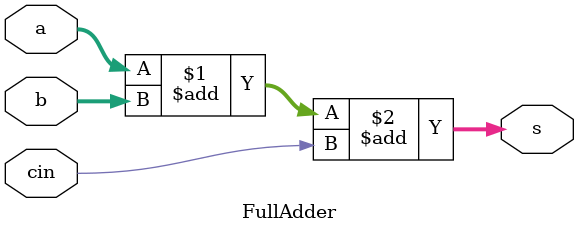
<source format=v>
module FullAdder (
    input [4-1 : 0] a, b,
    input cin,
    output [5-1 : 0] s
);
    assign s = a + b + cin;
endmodule

</source>
